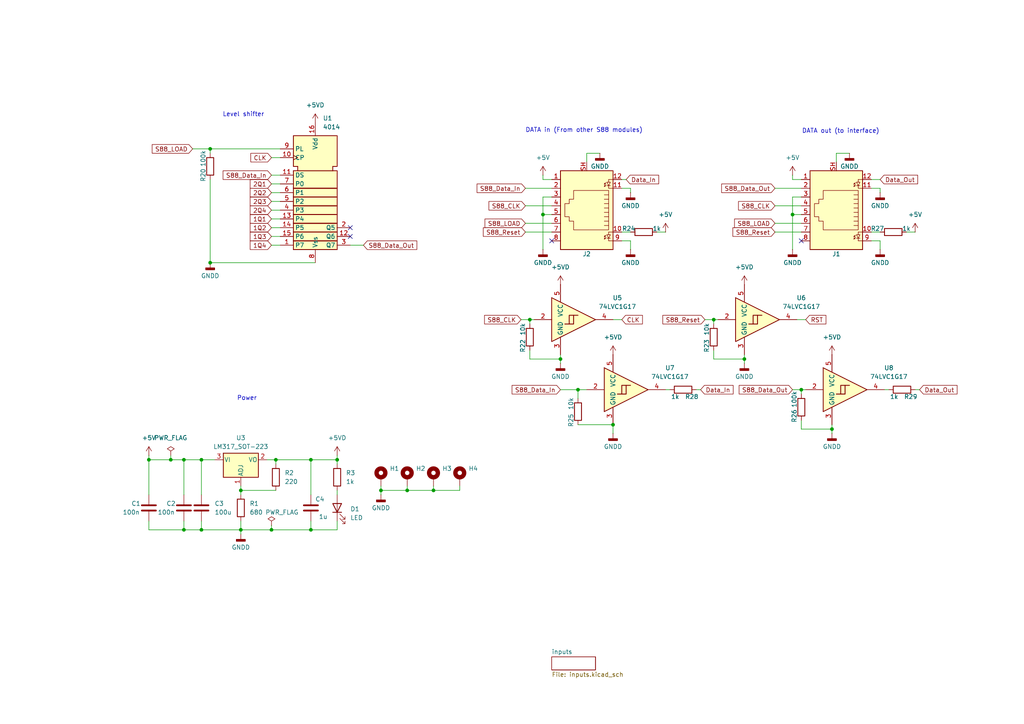
<source format=kicad_sch>
(kicad_sch (version 20231120) (generator "eeschema") (generator_version "8.0")
  (paper "A4")
  (title_block (title "S88-N") (date "2024-06-08") (rev "1.0") (comment 1 "PCB for 8-channel Märklin occupation detection using S88N bus"))
  (lib_symbols
    (symbol "4xxx_IEEE:4014"
      (property "Reference" "U" (at 7.62 11.43 0))
      (property "Value" "4014" (at 7.62 -17.78 0))
      (symbol "4014_0_1"
        (rectangle (start -6.35 -13.97) (end 6.35 -16.51) (stroke (width 0.254)) (fill (type background)))
        (rectangle (start -6.35 -11.43) (end 6.35 -13.97) (stroke (width 0.254)) (fill (type background)))
        (rectangle (start -6.35 -8.89) (end 6.35 -11.43) (stroke (width 0.254)) (fill (type background)))
        (rectangle (start -6.35 -6.35) (end 6.35 -8.89) (stroke (width 0.254)) (fill (type background)))
        (rectangle (start -6.35 -3.81) (end 6.35 -6.35) (stroke (width 0.254)) (fill (type background)))
        (rectangle (start -6.35 -1.27) (end 6.35 -3.81) (stroke (width 0.254)) (fill (type background)))
        (rectangle (start -6.35 1.27) (end 6.35 -1.27) (stroke (width 0.254)) (fill (type background)))
        (rectangle (start -6.35 6.35) (end 6.35 1.27) (stroke (width 0.254)) (fill (type background)))
        (polyline (pts (xy -5.08 6.35) (xy -5.08 7.62) (xy -6.35 7.62) (xy -6.35 16.51) (xy 6.35 16.51) (xy 6.35 7.62) (xy 5.08 7.62) (xy 5.08 6.35) (xy 5.08 6.35)) (stroke (width 0.254)) (fill (type background)))
      )
      (symbol "4014_1_1"
        (pin input line (at -10.16 -15.24 0) (length 3.81) (name "P7") (number "1"))
        (pin input clock (at -10.16 10.16 0) (length 3.81) (name "CP") (number "10"))
        (pin input line (at -10.16 5.08 0) (length 3.81) (name "DS") (number "11"))
        (pin output line (at 10.16 -12.7 180) (length 3.81) (name "Q6") (number "12"))
        (pin input line (at -10.16 -7.62 0) (length 3.81) (name "P4") (number "13"))
        (pin input line (at -10.16 -10.16 0) (length 3.81) (name "P5") (number "14"))
        (pin input line (at -10.16 -12.7 0) (length 3.81) (name "P6") (number "15"))
        (pin power_in line (at 0 20.32 270) (length 3.81) (name "Vdd") (number "16"))
        (pin output line (at 10.16 -10.16 180) (length 3.81) (name "Q5") (number "2"))
        (pin output line (at 10.16 -15.24 180) (length 3.81) (name "Q7") (number "3"))
        (pin input line (at -10.16 -5.08 0) (length 3.81) (name "P3") (number "4"))
        (pin input line (at -10.16 -2.54 0) (length 3.81) (name "P2") (number "5"))
        (pin input line (at -10.16 0 0) (length 3.81) (name "P1") (number "6"))
        (pin input line (at -10.16 2.54 0) (length 3.81) (name "P0") (number "7"))
        (pin power_in line (at 0 -20.32 90) (length 3.81) (name "Vss") (number "8"))
        (pin input line (at -10.16 12.7 0) (length 3.81) (name "PL") (number "9"))
      )
    )
    (symbol "74xGxx:74LVC1G17"
      (property "Reference" "U" (at 0 3.81 0))
      (property "Value" "74LVC1G17" (at 0 -3.81 0))
      (symbol "74LVC1G17_0_1"
        (polyline (pts (xy -7.62 6.35) (xy -7.62 -6.35) (xy 5.08 0) (xy -7.62 6.35)) (stroke (width 0.254)) (fill (type background)))
        (polyline (pts (xy -3.81 -1.27) (xy -2.54 -1.27) (xy -2.54 1.27) (xy -1.27 1.27)) (stroke (width 0.254)) (fill (type background)))
        (polyline (pts (xy -2.54 -1.27) (xy -1.27 -1.27) (xy -1.27 1.27) (xy 0 1.27)) (stroke (width 0.254)) (fill (type background)))
      )
      (symbol "74LVC1G17_1_1"
        (pin no_connect line (at -7.62 5.08 180) (length 5.08) hide (name "NC") (number "1"))
        (pin input line (at -12.7 0 0) (length 5.08) (name "~") (number "2"))
        (pin power_in line (at -5.08 -10.16 90) (length 5.08) (name "GND") (number "3"))
        (pin output line (at 10.16 0 180) (length 5.08) (name "~") (number "4"))
        (pin power_in line (at -5.08 10.16 270) (length 5.08) (name "VCC") (number "5"))
      )
    )
    (symbol "Connector:RJ45_LED_Shielded" (pin_names (offset 1.016))
      (property "Reference" "J" (at -5.08 13.97 0))
      (property "Value" "RJ45_LED_Shielded" (at 1.27 13.97 0))
      (symbol "RJ45_LED_Shielded_0_1"
        (polyline (pts (xy -7.62 -7.62) (xy -6.35 -7.62)))
        (polyline (pts (xy -7.62 -5.08) (xy -6.35 -5.08)))
        (polyline (pts (xy -7.62 7.62) (xy -6.35 7.62)))
        (polyline (pts (xy -7.62 10.16) (xy -6.35 10.16)))
        (polyline (pts (xy -6.858 -5.842) (xy -5.842 -5.842)))
        (polyline (pts (xy -6.858 9.398) (xy -5.842 9.398)))
        (polyline (pts (xy -6.35 -7.62) (xy -6.35 -6.858)))
        (polyline (pts (xy -6.35 -5.08) (xy -6.35 -5.842)))
        (polyline (pts (xy -6.35 7.62) (xy -6.35 8.382)))
        (polyline (pts (xy -6.35 10.16) (xy -6.35 9.398)))
        (polyline (pts (xy -5.08 -6.223) (xy -5.207 -6.604)))
        (polyline (pts (xy -5.08 -5.588) (xy -5.207 -5.969)))
        (polyline (pts (xy -5.08 4.445) (xy -6.35 4.445)))
        (polyline (pts (xy -5.08 5.715) (xy -6.35 5.715)))
        (polyline (pts (xy -5.08 9.017) (xy -5.207 8.636)))
        (polyline (pts (xy -5.08 9.652) (xy -5.207 9.271)))
        (polyline (pts (xy -6.35 -3.175) (xy -5.08 -3.175) (xy -5.08 -3.175)))
        (polyline (pts (xy -6.35 -1.905) (xy -5.08 -1.905) (xy -5.08 -1.905)))
        (polyline (pts (xy -6.35 -0.635) (xy -5.08 -0.635) (xy -5.08 -0.635)))
        (polyline (pts (xy -6.35 0.635) (xy -5.08 0.635) (xy -5.08 0.635)))
        (polyline (pts (xy -6.35 1.905) (xy -5.08 1.905) (xy -5.08 1.905)))
        (polyline (pts (xy -5.588 -6.731) (xy -5.08 -6.223) (xy -5.461 -6.35)))
        (polyline (pts (xy -5.588 -6.096) (xy -5.08 -5.588) (xy -5.461 -5.715)))
        (polyline (pts (xy -5.588 8.509) (xy -5.08 9.017) (xy -5.461 8.89)))
        (polyline (pts (xy -5.588 9.144) (xy -5.08 9.652) (xy -5.461 9.525)))
        (polyline (pts (xy -5.08 3.175) (xy -6.35 3.175) (xy -6.35 3.175)))
        (polyline (pts (xy -6.35 -5.842) (xy -6.858 -6.858) (xy -5.842 -6.858) (xy -6.35 -5.842)))
        (polyline (pts (xy -6.35 9.398) (xy -6.858 8.382) (xy -5.842 8.382) (xy -6.35 9.398)))
        (polyline (pts (xy -6.35 -4.445) (xy -6.35 6.985) (xy 3.81 6.985) (xy 3.81 4.445) (xy 5.08 4.445) (xy 5.08 3.175) (xy 6.35 3.175) (xy 6.35 -0.635) (xy 5.08 -0.635) (xy 5.08 -1.905) (xy 3.81 -1.905) (xy 3.81 -4.445) (xy -6.35 -4.445) (xy -6.35 -4.445)))
        (rectangle (start 7.62 12.7) (end -7.62 -10.16) (stroke (width 0.254)) (fill (type background)))
      )
      (symbol "RJ45_LED_Shielded_1_1"
        (pin passive line (at 10.16 -7.62 180) (length 2.54) (name "~") (number "1"))
        (pin passive line (at -10.16 7.62 0) (length 2.54) (name "~") (number "10"))
        (pin passive line (at -10.16 -5.08 0) (length 2.54) (name "~") (number "11"))
        (pin passive line (at -10.16 -7.62 0) (length 2.54) (name "~") (number "12"))
        (pin passive line (at 10.16 -5.08 180) (length 2.54) (name "~") (number "2"))
        (pin passive line (at 10.16 -2.54 180) (length 2.54) (name "~") (number "3"))
        (pin passive line (at 10.16 0 180) (length 2.54) (name "~") (number "4"))
        (pin passive line (at 10.16 2.54 180) (length 2.54) (name "~") (number "5"))
        (pin passive line (at 10.16 5.08 180) (length 2.54) (name "~") (number "6"))
        (pin passive line (at 10.16 7.62 180) (length 2.54) (name "~") (number "7"))
        (pin passive line (at 10.16 10.16 180) (length 2.54) (name "~") (number "8"))
        (pin passive line (at -10.16 10.16 0) (length 2.54) (name "~") (number "9"))
        (pin passive line (at 0 -12.7 90) (length 2.54) (name "~") (number "SH"))
      )
    )
    (symbol "Device:C" (pin_numbers hide) (pin_names (offset 0.254))
      (property "Reference" "C" (at 0.635 2.54 0))
      (property "Value" "C" (at 0.635 -2.54 0))
      (symbol "C_0_1"
        (polyline (pts (xy -2.032 -0.762) (xy 2.032 -0.762)) (stroke (width 0.508)))
        (polyline (pts (xy -2.032 0.762) (xy 2.032 0.762)) (stroke (width 0.508)))
      )
      (symbol "C_1_1"
        (pin passive line (at 0 3.81 270) (length 2.794) (name "~") (number "1"))
        (pin passive line (at 0 -3.81 90) (length 2.794) (name "~") (number "2"))
      )
    )
    (symbol "Device:LED" (pin_numbers hide) (pin_names (offset 1.016) hide)
      (property "Reference" "D" (at 0 2.54 0))
      (property "Value" "LED" (at 0 -2.54 0))
      (symbol "LED_0_1"
        (polyline (pts (xy -1.27 -1.27) (xy -1.27 1.27)) (stroke (width 0.254)))
        (polyline (pts (xy -1.27 0) (xy 1.27 0)))
        (polyline (pts (xy 1.27 -1.27) (xy 1.27 1.27) (xy -1.27 0) (xy 1.27 -1.27)) (stroke (width 0.254)))
        (polyline (pts (xy -3.048 -0.762) (xy -4.572 -2.286) (xy -3.81 -2.286) (xy -4.572 -2.286) (xy -4.572 -1.524)))
        (polyline (pts (xy -1.778 -0.762) (xy -3.302 -2.286) (xy -2.54 -2.286) (xy -3.302 -2.286) (xy -3.302 -1.524)))
      )
      (symbol "LED_1_1"
        (pin passive line (at -3.81 0 0) (length 2.54) (name "K") (number "1"))
        (pin passive line (at 3.81 0 180) (length 2.54) (name "A") (number "2"))
      )
    )
    (symbol "Device:R" (pin_numbers hide) (pin_names (offset 0))
      (property "Reference" "R" (at 2.032 0 90))
      (property "Value" "R" (at 0 0 90))
      (symbol "R_0_1"
        (rectangle (start -1.016 -2.54) (end 1.016 2.54) (stroke (width 0.254)))
      )
      (symbol "R_1_1"
        (pin passive line (at 0 3.81 270) (length 1.27) (name "~") (number "1"))
        (pin passive line (at 0 -3.81 90) (length 1.27) (name "~") (number "2"))
      )
    )
    (symbol "Mechanical:MountingHole_Pad" (pin_numbers hide) (pin_names (offset 1.016) hide) (exclude_from_sim yes) (in_bom no)
      (property "Reference" "H" (at 0 6.35 0))
      (property "Value" "MountingHole_Pad" (at 0 4.445 0))
      (symbol "MountingHole_Pad_0_1"
        (circle (center 0 1.27) (radius 1.27) (stroke (width 1.27)))
      )
      (symbol "MountingHole_Pad_1_1"
        (pin input line (at 0 -2.54 90) (length 2.54) (name "1") (number "1"))
      )
    )
    (symbol "Regulator_Linear:LM317_SOT-223" (pin_names (offset 0.254))
      (property "Reference" "U" (at -3.81 3.175 0))
      (property "Value" "LM317_SOT-223" (at 0 3.175 0))
      (symbol "LM317_SOT-223_0_1"
        (rectangle (start -5.08 1.905) (end 5.08 -5.08) (stroke (width 0.254)) (fill (type background)))
      )
      (symbol "LM317_SOT-223_1_1"
        (pin input line (at 0 -7.62 90) (length 2.54) (name "ADJ") (number "1"))
        (pin power_out line (at 7.62 0 180) (length 2.54) (name "VO") (number "2"))
        (pin power_in line (at -7.62 0 0) (length 2.54) (name "VI") (number "3"))
      )
    )
    (symbol "power:+5V" (power) (pin_numbers hide) (pin_names (offset 0) hide)
      (property "Value" "+5V" (at 0 3.556 0))
      (symbol "+5V_0_1"
        (polyline (pts (xy -0.762 1.27) (xy 0 2.54)))
        (polyline (pts (xy 0 0) (xy 0 2.54)))
        (polyline (pts (xy 0 2.54) (xy 0.762 1.27)))
      )
      (symbol "+5V_1_1"
        (pin power_in line (at 0 0 90) (length 0) (name "~") (number "1"))
      )
    )
    (symbol "power:+5VD" (power) (pin_numbers hide) (pin_names (offset 0) hide)
      (property "Value" "+5VD" (at 0 3.556 0))
      (symbol "+5VD_0_1"
        (polyline (pts (xy -0.762 1.27) (xy 0 2.54)))
        (polyline (pts (xy 0 0) (xy 0 2.54)))
        (polyline (pts (xy 0 2.54) (xy 0.762 1.27)))
      )
      (symbol "+5VD_1_1"
        (pin power_in line (at 0 0 90) (length 0) (name "~") (number "1"))
      )
    )
    (symbol "power:GNDD" (power) (pin_numbers hide) (pin_names (offset 0) hide)
      (property "Value" "GNDD" (at 0 -3.175 0))
      (symbol "GNDD_0_1"
        (rectangle (start -1.27 -1.524) (end 1.27 -2.032) (stroke (width 0.254)) (fill (type outline)))
        (polyline (pts (xy 0 0) (xy 0 -1.524)))
      )
      (symbol "GNDD_1_1"
        (pin power_in line (at 0 0 270) (length 0) (name "~") (number "1"))
      )
    )
    (symbol "power:PWR_FLAG" (power) (pin_numbers hide) (pin_names (offset 0) hide)
      (property "Value" "PWR_FLAG" (at 0 3.81 0))
      (symbol "PWR_FLAG_0_0"
        (pin power_out line (at 0 0 90) (length 0) (name "~") (number "1"))
      )
      (symbol "PWR_FLAG_0_1"
        (polyline (pts (xy 0 0) (xy 0 1.27) (xy -1.016 1.905) (xy 0 2.54) (xy 1.016 1.905) (xy 0 1.27)))
      )
    )
  )
  (junction (at 43.18 133.35))
  (junction (at 207.01 92.71))
  (junction (at 53.34 153.67))
  (junction (at 110.49 142.24))
  (junction (at 97.79 133.35))
  (junction (at 78.74 153.67))
  (junction (at 232.41 113.03))
  (junction (at 241.3 124.46))
  (junction (at 229.87 62.23))
  (junction (at 153.67 92.71))
  (junction (at 69.85 142.24))
  (junction (at 49.53 133.35))
  (junction (at 90.17 153.67))
  (junction (at 58.42 153.67))
  (junction (at 60.96 43.18))
  (junction (at 215.9 104.14))
  (junction (at 162.56 104.14))
  (junction (at 80.01 133.35))
  (junction (at 90.17 133.35))
  (junction (at 58.42 133.35))
  (junction (at 177.8 123.19))
  (junction (at 125.73 142.24))
  (junction (at 118.11 142.24))
  (junction (at 167.64 113.03))
  (junction (at 69.85 153.67))
  (junction (at 157.48 62.23))
  (junction (at 60.96 76.2))
  (junction (at 53.34 133.35))
  (no_connect (at 101.6 66.04))
  (no_connect (at 101.6 68.58))
  (no_connect (at 160.02 69.85))
  (no_connect (at 232.41 69.85))
  (wire (pts (xy 252.73 69.85) (xy 255.27 69.85)))
  (wire (pts (xy 265.43 113.03) (xy 266.7 113.03)))
  (wire (pts (xy 53.34 151.13) (xy 53.34 153.67)))
  (wire (pts (xy 53.34 143.51) (xy 53.34 133.35)))
  (wire (pts (xy 167.64 113.03) (xy 167.64 115.57)))
  (wire (pts (xy 78.74 63.5) (xy 81.28 63.5)))
  (wire (pts (xy 177.8 92.71) (xy 180.34 92.71)))
  (wire (pts (xy 90.17 133.35) (xy 90.17 143.51)))
  (wire (pts (xy 157.48 50.8) (xy 157.48 52.07)))
  (wire (pts (xy 180.34 69.85) (xy 182.88 69.85)))
  (wire (pts (xy 182.88 72.39) (xy 182.88 69.85)))
  (wire (pts (xy 80.01 133.35) (xy 80.01 134.62)))
  (wire (pts (xy 90.17 151.13) (xy 90.17 153.67)))
  (wire (pts (xy 69.85 142.24) (xy 69.85 143.51)))
  (wire (pts (xy 97.79 142.24) (xy 97.79 143.51)))
  (wire (pts (xy 78.74 53.34) (xy 81.28 53.34)))
  (wire (pts (xy 157.48 57.15) (xy 157.48 62.23)))
  (wire (pts (xy 78.74 68.58) (xy 81.28 68.58)))
  (wire (pts (xy 162.56 104.14) (xy 162.56 102.87)))
  (wire (pts (xy 49.53 133.35) (xy 53.34 133.35)))
  (wire (pts (xy 80.01 133.35) (xy 90.17 133.35)))
  (wire (pts (xy 162.56 105.41) (xy 162.56 104.14)))
  (wire (pts (xy 201.93 113.03) (xy 203.2 113.03)))
  (wire (pts (xy 118.11 142.24) (xy 125.73 142.24)))
  (wire (pts (xy 77.47 133.35) (xy 80.01 133.35)))
  (wire (pts (xy 252.73 52.07) (xy 255.27 52.07)))
  (wire (pts (xy 157.48 52.07) (xy 160.02 52.07)))
  (wire (pts (xy 58.42 151.13) (xy 58.42 153.67)))
  (wire (pts (xy 204.47 92.71) (xy 207.01 92.71)))
  (wire (pts (xy 190.5 67.31) (xy 193.04 67.31)))
  (wire (pts (xy 58.42 133.35) (xy 58.42 143.51)))
  (wire (pts (xy 60.96 76.2) (xy 91.44 76.2)))
  (wire (pts (xy 229.87 113.03) (xy 232.41 113.03)))
  (wire (pts (xy 167.64 113.03) (xy 170.18 113.03)))
  (wire (pts (xy 160.02 57.15) (xy 157.48 57.15)))
  (wire (pts (xy 90.17 133.35) (xy 97.79 133.35)))
  (wire (pts (xy 229.87 62.23) (xy 232.41 62.23)))
  (wire (pts (xy 167.64 123.19) (xy 177.8 123.19)))
  (wire (pts (xy 78.74 50.8) (xy 81.28 50.8)))
  (wire (pts (xy 69.85 140.97) (xy 69.85 142.24)))
  (wire (pts (xy 207.01 92.71) (xy 208.28 92.71)))
  (wire (pts (xy 224.79 54.61) (xy 232.41 54.61)))
  (wire (pts (xy 256.54 113.03) (xy 257.81 113.03)))
  (wire (pts (xy 170.18 46.99) (xy 170.18 44.45)))
  (wire (pts (xy 60.96 43.18) (xy 81.28 43.18)))
  (wire (pts (xy 207.01 101.6) (xy 207.01 104.14)))
  (wire (pts (xy 78.74 60.96) (xy 81.28 60.96)))
  (wire (pts (xy 60.96 52.07) (xy 60.96 76.2)))
  (wire (pts (xy 78.74 152.4) (xy 78.74 153.67)))
  (wire (pts (xy 153.67 101.6) (xy 153.67 104.14)))
  (wire (pts (xy 153.67 92.71) (xy 154.94 92.71)))
  (wire (pts (xy 224.79 64.77) (xy 232.41 64.77)))
  (wire (pts (xy 118.11 140.97) (xy 118.11 142.24)))
  (wire (pts (xy 69.85 142.24) (xy 80.01 142.24)))
  (wire (pts (xy 58.42 133.35) (xy 62.23 133.35)))
  (wire (pts (xy 78.74 55.88) (xy 81.28 55.88)))
  (wire (pts (xy 215.9 105.41) (xy 215.9 104.14)))
  (wire (pts (xy 43.18 133.35) (xy 49.53 133.35)))
  (wire (pts (xy 125.73 142.24) (xy 133.35 142.24)))
  (wire (pts (xy 224.79 67.31) (xy 232.41 67.31)))
  (wire (pts (xy 232.41 113.03) (xy 233.68 113.03)))
  (wire (pts (xy 153.67 92.71) (xy 153.67 93.98)))
  (wire (pts (xy 207.01 92.71) (xy 207.01 93.98)))
  (wire (pts (xy 242.57 44.45) (xy 242.57 46.99)))
  (wire (pts (xy 69.85 153.67) (xy 69.85 154.94)))
  (wire (pts (xy 97.79 133.35) (xy 97.79 134.62)))
  (wire (pts (xy 180.34 54.61) (xy 182.88 54.61)))
  (wire (pts (xy 157.48 62.23) (xy 160.02 62.23)))
  (wire (pts (xy 133.35 140.97) (xy 133.35 142.24)))
  (wire (pts (xy 262.89 67.31) (xy 265.43 67.31)))
  (wire (pts (xy 152.4 67.31) (xy 160.02 67.31)))
  (wire (pts (xy 101.6 71.12) (xy 105.41 71.12)))
  (wire (pts (xy 153.67 104.14) (xy 162.56 104.14)))
  (wire (pts (xy 177.8 123.19) (xy 177.8 125.73)))
  (wire (pts (xy 170.18 44.45) (xy 173.99 44.45)))
  (wire (pts (xy 252.73 67.31) (xy 255.27 67.31)))
  (wire (pts (xy 215.9 104.14) (xy 215.9 102.87)))
  (wire (pts (xy 180.34 52.07) (xy 181.61 52.07)))
  (wire (pts (xy 229.87 57.15) (xy 229.87 62.23)))
  (wire (pts (xy 229.87 50.8) (xy 229.87 52.07)))
  (wire (pts (xy 180.34 67.31) (xy 182.88 67.31)))
  (wire (pts (xy 255.27 55.88) (xy 255.27 54.61)))
  (wire (pts (xy 78.74 71.12) (xy 81.28 71.12)))
  (wire (pts (xy 232.41 113.03) (xy 232.41 114.3)))
  (wire (pts (xy 78.74 153.67) (xy 90.17 153.67)))
  (wire (pts (xy 97.79 151.13) (xy 97.79 153.67)))
  (wire (pts (xy 152.4 59.69) (xy 160.02 59.69)))
  (wire (pts (xy 90.17 153.67) (xy 97.79 153.67)))
  (wire (pts (xy 167.64 113.03) (xy 162.56 113.03)))
  (wire (pts (xy 43.18 132.08) (xy 43.18 133.35)))
  (wire (pts (xy 69.85 151.13) (xy 69.85 153.67)))
  (wire (pts (xy 157.48 72.39) (xy 157.48 62.23)))
  (wire (pts (xy 60.96 43.18) (xy 60.96 44.45)))
  (wire (pts (xy 49.53 132.08) (xy 49.53 133.35)))
  (wire (pts (xy 252.73 54.61) (xy 255.27 54.61)))
  (wire (pts (xy 182.88 55.88) (xy 182.88 54.61)))
  (wire (pts (xy 241.3 125.73) (xy 241.3 124.46)))
  (wire (pts (xy 224.79 59.69) (xy 232.41 59.69)))
  (wire (pts (xy 55.88 43.18) (xy 60.96 43.18)))
  (wire (pts (xy 53.34 133.35) (xy 58.42 133.35)))
  (wire (pts (xy 110.49 142.24) (xy 110.49 143.51)))
  (wire (pts (xy 78.74 45.72) (xy 81.28 45.72)))
  (wire (pts (xy 229.87 52.07) (xy 232.41 52.07)))
  (wire (pts (xy 118.11 142.24) (xy 110.49 142.24)))
  (wire (pts (xy 151.13 92.71) (xy 153.67 92.71)))
  (wire (pts (xy 229.87 62.23) (xy 229.87 72.39)))
  (wire (pts (xy 232.41 57.15) (xy 229.87 57.15)))
  (wire (pts (xy 231.14 92.71) (xy 233.68 92.71)))
  (wire (pts (xy 58.42 153.67) (xy 69.85 153.67)))
  (wire (pts (xy 193.04 113.03) (xy 194.31 113.03)))
  (wire (pts (xy 232.41 124.46) (xy 241.3 124.46)))
  (wire (pts (xy 232.41 121.92) (xy 232.41 124.46)))
  (wire (pts (xy 207.01 104.14) (xy 215.9 104.14)))
  (wire (pts (xy 255.27 72.39) (xy 255.27 69.85)))
  (wire (pts (xy 53.34 153.67) (xy 58.42 153.67)))
  (wire (pts (xy 78.74 66.04) (xy 81.28 66.04)))
  (wire (pts (xy 110.49 140.97) (xy 110.49 142.24)))
  (wire (pts (xy 152.4 54.61) (xy 160.02 54.61)))
  (wire (pts (xy 78.74 58.42) (xy 81.28 58.42)))
  (wire (pts (xy 43.18 151.13) (xy 43.18 153.67)))
  (wire (pts (xy 97.79 132.08) (xy 97.79 133.35)))
  (wire (pts (xy 125.73 140.97) (xy 125.73 142.24)))
  (wire (pts (xy 43.18 143.51) (xy 43.18 133.35)))
  (wire (pts (xy 241.3 124.46) (xy 241.3 123.19)))
  (wire (pts (xy 242.57 44.45) (xy 246.38 44.45)))
  (wire (pts (xy 152.4 64.77) (xy 160.02 64.77)))
  (wire (pts (xy 43.18 153.67) (xy 53.34 153.67)))
  (wire (pts (xy 69.85 153.67) (xy 78.74 153.67)))
  (text "Power" (at 71.628 115.57 0) (effects (font (size 1.27 1.27))))
  (text "DATA out (to interface)" (at 243.84 38.1 0) (effects (font (size 1.27 1.27))))
  (text "Level shifter" (at 70.612 33.274 0) (effects (font (size 1.27 1.27))))
  (text "DATA in (From other S88 modules)" (at 169.418 37.846 0) (effects (font (size 1.27 1.27))))
  (global_label "S88_LOAD" (shape input) (at 55.88 43.18 180) (property "Intersheetrefs" "${INTERSHEET_REFS}" (effects (hide yes))))
  (global_label "S88_LOAD" (shape input) (at 152.4 64.77 180) (property "Intersheetrefs" "${INTERSHEET_REFS}" (effects (hide yes))))
  (global_label "RST" (shape input) (at 233.68 92.71 0) (property "Intersheetrefs" "${INTERSHEET_REFS}" (effects (hide yes))))
  (global_label "2Q1" (shape input) (at 78.74 53.34 180) (property "Intersheetrefs" "${INTERSHEET_REFS}" (effects (hide yes))))
  (global_label "S88_LOAD" (shape input) (at 224.79 64.77 180) (property "Intersheetrefs" "${INTERSHEET_REFS}" (effects (hide yes))))
  (global_label "Data_Out" (shape input) (at 266.7 113.03 0) (property "Intersheetrefs" "${INTERSHEET_REFS}" (effects (hide yes))))
  (global_label "S88_Data_Out" (shape input) (at 224.79 54.61 180) (property "Intersheetrefs" "${INTERSHEET_REFS}" (effects (hide yes))))
  (global_label "S88_CLK" (shape input) (at 224.79 59.69 180) (property "Intersheetrefs" "${INTERSHEET_REFS}" (effects (hide yes))))
  (global_label "Data_In" (shape input) (at 181.61 52.07 0) (property "Intersheetrefs" "${INTERSHEET_REFS}" (effects (hide yes))))
  (global_label "S88_Data_In" (shape input) (at 162.56 113.03 180) (property "Intersheetrefs" "${INTERSHEET_REFS}" (effects (hide yes))))
  (global_label "1Q4" (shape input) (at 78.74 71.12 180) (property "Intersheetrefs" "${INTERSHEET_REFS}" (effects (hide yes))))
  (global_label "S88_CLK" (shape input) (at 152.4 59.69 180) (property "Intersheetrefs" "${INTERSHEET_REFS}" (effects (hide yes))))
  (global_label "CLK" (shape input) (at 180.34 92.71 0) (property "Intersheetrefs" "${INTERSHEET_REFS}" (effects (hide yes))))
  (global_label "2Q4" (shape input) (at 78.74 60.96 180) (property "Intersheetrefs" "${INTERSHEET_REFS}" (effects (hide yes))))
  (global_label "Data_In" (shape input) (at 203.2 113.03 0) (property "Intersheetrefs" "${INTERSHEET_REFS}" (effects (hide yes))))
  (global_label "S88_Data_In" (shape input) (at 78.74 50.8 180) (property "Intersheetrefs" "${INTERSHEET_REFS}" (effects (hide yes))))
  (global_label "S88_Data_In" (shape input) (at 152.4 54.61 180) (property "Intersheetrefs" "${INTERSHEET_REFS}" (effects (hide yes))))
  (global_label "S88_Data_Out" (shape input) (at 105.41 71.12 0) (property "Intersheetrefs" "${INTERSHEET_REFS}" (effects (hide yes))))
  (global_label "2Q2" (shape input) (at 78.74 55.88 180) (property "Intersheetrefs" "${INTERSHEET_REFS}" (effects (hide yes))))
  (global_label "S88_Reset" (shape input) (at 152.4 67.31 180) (property "Intersheetrefs" "${INTERSHEET_REFS}" (effects (hide yes))))
  (global_label "S88_Reset" (shape input) (at 204.47 92.71 180) (property "Intersheetrefs" "${INTERSHEET_REFS}" (effects (hide yes))))
  (global_label "1Q2" (shape input) (at 78.74 66.04 180) (property "Intersheetrefs" "${INTERSHEET_REFS}" (effects (hide yes))))
  (global_label "S88_Data_Out" (shape input) (at 229.87 113.03 180) (property "Intersheetrefs" "${INTERSHEET_REFS}" (effects (hide yes))))
  (global_label "Data_Out" (shape input) (at 255.27 52.07 0) (property "Intersheetrefs" "${INTERSHEET_REFS}" (effects (hide yes))))
  (global_label "1Q1" (shape input) (at 78.74 63.5 180) (property "Intersheetrefs" "${INTERSHEET_REFS}" (effects (hide yes))))
  (global_label "1Q3" (shape input) (at 78.74 68.58 180) (property "Intersheetrefs" "${INTERSHEET_REFS}" (effects (hide yes))))
  (global_label "CLK" (shape input) (at 78.74 45.72 180) (property "Intersheetrefs" "${INTERSHEET_REFS}" (effects (hide yes))))
  (global_label "S88_CLK" (shape input) (at 151.13 92.71 180) (property "Intersheetrefs" "${INTERSHEET_REFS}" (effects (hide yes))))
  (global_label "2Q3" (shape input) (at 78.74 58.42 180) (property "Intersheetrefs" "${INTERSHEET_REFS}" (effects (hide yes))))
  (global_label "S88_Reset" (shape input) (at 224.79 67.31 180) (property "Intersheetrefs" "${INTERSHEET_REFS}" (effects (hide yes))))
  (symbol (lib_id "Device:R") (at 69.85 147.32 180) (unit 1)
    (property "Reference" "R1" (at 72.39 146.0499 0) (effects (justify right)))
    (property "Value" "680" (at 72.39 148.5899 0) (effects (justify right)))
    (property "Footprint" "Resistor_SMD:R_0805_2012Metric" (effects (hide yes)))
  )
  (symbol (lib_id "power:GNDD") (at 182.88 72.39 0) (unit 1)
    (property "Reference" "#PWR027" (effects (hide yes)))
    (property "Value" "GNDD" (at 182.88 76.2 0))
    (property "Description" "Power symbol creates a global label with name \"GNDD\" , digital ground" (effects (hide yes)))
  )
  (symbol (lib_id "power:+5V") (at 229.87 50.8 0) (unit 1)
    (property "Reference" "#PWR010" (effects (hide yes)))
    (property "Value" "+5V" (at 229.87 45.72 0))
    (property "Description" "Power symbol creates a global label with name \"+5V\"" (effects (hide yes)))
  )
  (symbol (lib_id "74xGxx:74LVC1G17") (at 182.88 113.03 0) (unit 1) (exclude_from_sim yes)
    (property "Reference" "U7" (at 194.31 106.7114 0))
    (property "Value" "74LVC1G17" (at 194.31 109.2514 0))
    (property "Footprint" "Package_TO_SOT_SMD:SOT-23-5_HandSoldering" (effects (hide yes)))
    (property "Datasheet" "https://www.ti.com/lit/ds/symlink/sn74lvc1g17.pdf" (effects (hide yes)))
    (property "Description" "Single Schmitt Buffer Gate, Low-Voltage CMOS" (effects (hide yes)))
  )
  (symbol (lib_id "Mechanical:MountingHole_Pad") (at 133.35 138.43 0) (unit 1) (exclude_from_sim yes) (in_bom no)
    (property "Reference" "H4" (at 135.89 135.8899 0) (effects (justify left)))
    (property "Value" "MountingHole_Pad" (effects (hide yes)))
    (property "Footprint" "MountingHole:MountingHole_3.2mm_M3_DIN965_Pad" (effects (hide yes)))
    (property "Description" "Mounting Hole with connection" (effects (hide yes)))
  )
  (symbol (lib_id "Regulator_Linear:LM317_SOT-223") (at 69.85 133.35 0) (unit 1) (exclude_from_sim yes)
    (property "Reference" "U3" (at 69.85 127 0))
    (property "Value" "LM317_SOT-223" (at 69.85 129.54 0))
    (property "Footprint" "Package_TO_SOT_SMD:SOT-223-3_TabPin2" (effects (hide yes)))
    (property "Datasheet" "http://www.ti.com/lit/ds/symlink/lm317.pdf" (effects (hide yes)))
    (property "Description" "1.5A 35V Adjustable Linear Regulator, SOT-223" (effects (hide yes)))
  )
  (symbol (lib_id "power:+5V") (at 43.18 132.08 0) (unit 1)
    (property "Reference" "#PWR04" (effects (hide yes)))
    (property "Value" "+5V" (at 43.18 127 0))
    (property "Description" "Power symbol creates a global label with name \"+5V\"" (effects (hide yes)))
  )
  (symbol (lib_id "power:GNDD") (at 177.8 125.73 0) (unit 1)
    (property "Reference" "#PWR028" (effects (hide yes)))
    (property "Value" "GNDD" (at 177.8 129.54 0))
    (property "Description" "Power symbol creates a global label with name \"GNDD\" , digital ground" (effects (hide yes)))
  )
  (symbol (lib_id "power:+5VD") (at 97.79 132.08 0) (unit 1)
    (property "Reference" "#PWR09" (effects (hide yes)))
    (property "Value" "+5VD" (at 97.79 127 0))
    (property "Description" "Power symbol creates a global label with name \"+5VD\"" (effects (hide yes)))
  )
  (symbol (lib_id "Device:C") (at 53.34 147.32 0) (unit 1)
    (property "Reference" "C2" (at 48.26 146.05 0) (effects (justify left)))
    (property "Value" "100n" (at 45.72 148.59 0) (effects (justify left)))
    (property "Footprint" "Capacitor_SMD:C_0805_2012Metric" (effects (hide yes)))
  )
  (symbol (lib_id "power:+5VD") (at 215.9 82.55 0) (unit 1)
    (property "Reference" "#PWR022" (effects (hide yes)))
    (property "Value" "+5VD" (at 215.9 77.47 0))
    (property "Description" "Power symbol creates a global label with name \"+5VD\"" (effects (hide yes)))
  )
  (symbol (lib_id "Device:C") (at 90.17 147.32 0) (unit 1)
    (property "Reference" "C4" (at 91.44 144.78 0) (effects (justify left)))
    (property "Value" "1u" (at 92.456 149.86 0) (effects (justify left)))
    (property "Footprint" "Capacitor_SMD:C_0805_2012Metric" (effects (hide yes)))
  )
  (symbol (lib_id "Device:LED") (at 97.79 147.32 90) (unit 1) (exclude_from_sim yes)
    (property "Reference" "D1" (at 101.6 147.6375 90) (effects (justify right)))
    (property "Value" "LED" (at 101.6 150.1775 90) (effects (justify right)))
    (property "Footprint" "LED_SMD:LED_0603_1608Metric" (effects (hide yes)))
  )
  (symbol (lib_id "Device:R") (at 198.12 113.03 90) (unit 1)
    (property "Reference" "R28" (at 200.66 115.062 90))
    (property "Value" "1k" (at 195.834 115.062 90))
    (property "Footprint" "Resistor_SMD:R_0805_2012Metric" (effects (hide yes)))
  )
  (symbol (lib_id "Device:R") (at 207.01 97.79 0) (unit 1)
    (property "Reference" "R23" (at 204.978 100.33 90))
    (property "Value" "10k" (at 204.978 95.504 90))
    (property "Footprint" "Resistor_SMD:R_0805_2012Metric" (effects (hide yes)))
  )
  (symbol (lib_id "power:GNDD") (at 182.88 55.88 0) (unit 1)
    (property "Reference" "#PWR035" (effects (hide yes)))
    (property "Value" "GNDD" (at 182.88 59.69 0))
    (property "Description" "Power symbol creates a global label with name \"GNDD\" , digital ground" (effects (hide yes)))
  )
  (symbol (lib_id "power:GNDD") (at 157.48 72.39 0) (unit 1)
    (property "Reference" "#PWR06" (effects (hide yes)))
    (property "Value" "GNDD" (at 157.48 76.2 0))
    (property "Description" "Power symbol creates a global label with name \"GNDD\" , digital ground" (effects (hide yes)))
  )
  (symbol (lib_id "power:GNDD") (at 246.38 44.45 0) (unit 1)
    (property "Reference" "#PWR07" (effects (hide yes)))
    (property "Value" "GNDD" (at 246.38 48.26 0))
    (property "Description" "Power symbol creates a global label with name \"GNDD\" , digital ground" (effects (hide yes)))
  )
  (symbol (lib_id "power:+5VD") (at 241.3 102.87 0) (unit 1)
    (property "Reference" "#PWR026" (effects (hide yes)))
    (property "Value" "+5VD" (at 241.3 97.79 0))
    (property "Description" "Power symbol creates a global label with name \"+5VD\"" (effects (hide yes)))
  )
  (symbol (lib_id "Connector:RJ45_LED_Shielded") (at 242.57 59.69 180) (unit 1)
    (property "Reference" "J1" (at 242.57 73.66 0))
    (property "Value" "RJ45_LED_Shielded" (effects (hide yes)))
    (property "Footprint" "Connector_RJ:RJ45_Amphenol_RJHSE538X" (effects (hide yes)))
    (property "Description" "RJ connector, 8P8C (8 positions 8 connected), two LEDs, Shielded" (effects (hide yes)))
  )
  (symbol (lib_id "power:GNDD") (at 255.27 72.39 0) (unit 1)
    (property "Reference" "#PWR030" (effects (hide yes)))
    (property "Value" "GNDD" (at 255.27 76.2 0))
    (property "Description" "Power symbol creates a global label with name \"GNDD\" , digital ground" (effects (hide yes)))
  )
  (symbol (lib_id "74xGxx:74LVC1G17") (at 167.64 92.71 0) (unit 1) (exclude_from_sim yes)
    (property "Reference" "U5" (at 179.07 86.3914 0))
    (property "Value" "74LVC1G17" (at 179.07 88.9314 0))
    (property "Footprint" "Package_TO_SOT_SMD:SOT-23-5_HandSoldering" (effects (hide yes)))
    (property "Datasheet" "https://www.ti.com/lit/ds/symlink/sn74lvc1g17.pdf" (effects (hide yes)))
    (property "Description" "Single Schmitt Buffer Gate, Low-Voltage CMOS" (effects (hide yes)))
  )
  (symbol (lib_id "power:GNDD") (at 110.49 143.51 0) (unit 1)
    (property "Reference" "#PWR032" (effects (hide yes)))
    (property "Value" "GNDD" (at 110.49 147.32 0))
    (property "Description" "Power symbol creates a global label with name \"GNDD\" , digital ground" (effects (hide yes)))
  )
  (symbol (lib_id "power:GNDD") (at 229.87 72.39 0) (unit 1)
    (property "Reference" "#PWR03" (effects (hide yes)))
    (property "Value" "GNDD" (at 229.87 76.2 0))
    (property "Description" "Power symbol creates a global label with name \"GNDD\" , digital ground" (effects (hide yes)))
  )
  (symbol (lib_id "power:GNDD") (at 162.56 105.41 0) (unit 1)
    (property "Reference" "#PWR020" (effects (hide yes)))
    (property "Value" "GNDD" (at 162.56 109.22 0))
    (property "Description" "Power symbol creates a global label with name \"GNDD\" , digital ground" (effects (hide yes)))
  )
  (symbol (lib_id "power:+5VD") (at 91.44 35.56 0) (unit 1)
    (property "Reference" "#PWR025" (effects (hide yes)))
    (property "Value" "+5VD" (at 91.44 30.48 0))
    (property "Description" "Power symbol creates a global label with name \"+5VD\"" (effects (hide yes)))
  )
  (symbol (lib_id "power:GNDD") (at 215.9 105.41 0) (unit 1)
    (property "Reference" "#PWR023" (effects (hide yes)))
    (property "Value" "GNDD" (at 215.9 109.22 0))
    (property "Description" "Power symbol creates a global label with name \"GNDD\" , digital ground" (effects (hide yes)))
  )
  (symbol (lib_id "74xGxx:74LVC1G17") (at 246.38 113.03 0) (unit 1) (exclude_from_sim yes)
    (property "Reference" "U8" (at 257.81 106.7114 0))
    (property "Value" "74LVC1G17" (at 257.81 109.2514 0))
    (property "Footprint" "Package_TO_SOT_SMD:SOT-23-5_HandSoldering" (effects (hide yes)))
    (property "Datasheet" "https://www.ti.com/lit/ds/symlink/sn74lvc1g17.pdf" (effects (hide yes)))
    (property "Description" "Single Schmitt Buffer Gate, Low-Voltage CMOS" (effects (hide yes)))
  )
  (symbol (lib_id "power:GNDD") (at 255.27 55.88 0) (unit 1)
    (property "Reference" "#PWR036" (effects (hide yes)))
    (property "Value" "GNDD" (at 255.27 59.69 0))
    (property "Description" "Power symbol creates a global label with name \"GNDD\" , digital ground" (effects (hide yes)))
  )
  (symbol (lib_id "power:+5VD") (at 162.56 82.55 0) (unit 1)
    (property "Reference" "#PWR021" (effects (hide yes)))
    (property "Value" "+5VD" (at 162.56 77.47 0))
    (property "Description" "Power symbol creates a global label with name \"+5VD\"" (effects (hide yes)))
  )
  (symbol (lib_id "Mechanical:MountingHole_Pad") (at 118.11 138.43 0) (unit 1) (exclude_from_sim yes) (in_bom no)
    (property "Reference" "H2" (at 120.65 135.8899 0) (effects (justify left)))
    (property "Value" "MountingHole_Pad" (effects (hide yes)))
    (property "Footprint" "MountingHole:MountingHole_3.2mm_M3_DIN965_Pad" (effects (hide yes)))
    (property "Description" "Mounting Hole with connection" (effects (hide yes)))
  )
  (symbol (lib_id "power:+5V") (at 265.43 67.31 0) (unit 1)
    (property "Reference" "#PWR031" (effects (hide yes)))
    (property "Value" "+5V" (at 265.43 62.23 0))
    (property "Description" "Power symbol creates a global label with name \"+5V\"" (effects (hide yes)))
  )
  (symbol (lib_id "Device:C") (at 58.42 147.32 0) (unit 1) (exclude_from_sim yes)
    (property "Reference" "C3" (at 62.23 146.05 0) (effects (justify left)))
    (property "Value" "100u" (at 62.23 148.59 0) (effects (justify left)))
    (property "Footprint" "Capacitor_SMD:CP_Elec_4x5.8" (effects (hide yes)))
  )
  (symbol (lib_id "Device:R") (at 167.64 119.38 0) (unit 1)
    (property "Reference" "R25" (at 165.608 121.92 90))
    (property "Value" "10k" (at 165.608 117.094 90))
    (property "Footprint" "Resistor_SMD:R_0805_2012Metric" (effects (hide yes)))
  )
  (symbol (lib_id "Device:R") (at 259.08 67.31 270) (unit 1)
    (property "Reference" "R27" (at 254.508 66.294 90))
    (property "Value" "1k" (at 262.89 66.294 90))
    (property "Footprint" "Resistor_SMD:R_0805_2012Metric" (effects (hide yes)))
  )
  (symbol (lib_id "Connector:RJ45_LED_Shielded") (at 170.18 59.69 180) (unit 1)
    (property "Reference" "J2" (at 170.18 73.66 0))
    (property "Value" "RJ45_LED_Shielded" (effects (hide yes)))
    (property "Footprint" "Connector_RJ:RJ45_Amphenol_RJHSE538X" (effects (hide yes)))
    (property "Description" "RJ connector, 8P8C (8 positions 8 connected), two LEDs, Shielded" (effects (hide yes)))
  )
  (symbol (lib_id "Device:R") (at 261.62 113.03 90) (unit 1)
    (property "Reference" "R29" (at 264.16 115.062 90))
    (property "Value" "1k" (at 259.334 115.062 90))
    (property "Footprint" "Resistor_SMD:R_0805_2012Metric" (effects (hide yes)))
  )
  (symbol (lib_id "power:+5V") (at 157.48 50.8 0) (unit 1)
    (property "Reference" "#PWR01" (effects (hide yes)))
    (property "Value" "+5V" (at 157.48 45.72 0))
    (property "Description" "Power symbol creates a global label with name \"+5V\"" (effects (hide yes)))
  )
  (symbol (lib_id "power:+5V") (at 193.04 67.31 0) (unit 1)
    (property "Reference" "#PWR017" (effects (hide yes)))
    (property "Value" "+5V" (at 193.04 62.23 0))
    (property "Description" "Power symbol creates a global label with name \"+5V\"" (effects (hide yes)))
  )
  (symbol (lib_id "4xxx_IEEE:4014") (at 91.44 55.88 0) (unit 1) (exclude_from_sim yes)
    (property "Reference" "U1" (at 93.6341 34.29 0) (effects (justify left)))
    (property "Value" "4014" (at 93.6341 36.83 0) (effects (justify left)))
    (property "Footprint" "Package_SO:SOIC-16W_7.5x10.3mm_P1.27mm" (effects (hide yes)))
  )
  (symbol (lib_id "power:GNDD") (at 69.85 154.94 0) (unit 1)
    (property "Reference" "#PWR08" (effects (hide yes)))
    (property "Value" "GNDD" (at 69.85 158.75 0))
    (property "Description" "Power symbol creates a global label with name \"GNDD\" , digital ground" (effects (hide yes)))
  )
  (symbol (lib_id "Device:R") (at 232.41 118.11 0) (unit 1)
    (property "Reference" "R26" (at 230.378 120.65 90))
    (property "Value" "100k" (at 230.378 115.824 90))
    (property "Footprint" "Resistor_SMD:R_0805_2012Metric" (effects (hide yes)))
  )
  (symbol (lib_id "power:GNDD") (at 60.96 76.2 0) (unit 1)
    (property "Reference" "#PWR024" (effects (hide yes)))
    (property "Value" "GNDD" (at 60.96 80.01 0))
    (property "Description" "Power symbol creates a global label with name \"GNDD\" , digital ground" (effects (hide yes)))
  )
  (symbol (lib_id "74xGxx:74LVC1G17") (at 220.98 92.71 0) (unit 1) (exclude_from_sim yes)
    (property "Reference" "U6" (at 232.41 86.3914 0))
    (property "Value" "74LVC1G17" (at 232.41 88.9314 0))
    (property "Footprint" "Package_TO_SOT_SMD:SOT-23-5_HandSoldering" (effects (hide yes)))
    (property "Datasheet" "https://www.ti.com/lit/ds/symlink/sn74lvc1g17.pdf" (effects (hide yes)))
    (property "Description" "Single Schmitt Buffer Gate, Low-Voltage CMOS" (effects (hide yes)))
  )
  (symbol (lib_id "power:PWR_FLAG") (at 49.53 132.08 0) (unit 1)
    (property "Reference" "#FLG01" (effects (hide yes)))
    (property "Value" "PWR_FLAG" (at 49.53 127 0))
    (property "Description" "Special symbol for telling ERC where power comes from" (effects (hide yes)))
  )
  (symbol (lib_id "Device:R") (at 60.96 48.26 0) (unit 1)
    (property "Reference" "R20" (at 58.928 50.8 90))
    (property "Value" "100k" (at 58.928 45.974 90))
    (property "Footprint" "Resistor_SMD:R_0805_2012Metric" (effects (hide yes)))
  )
  (symbol (lib_id "Device:C") (at 43.18 147.32 0) (unit 1)
    (property "Reference" "C1" (at 38.1 146.05 0) (effects (justify left)))
    (property "Value" "100n" (at 35.56 148.59 0) (effects (justify left)))
    (property "Footprint" "Capacitor_SMD:C_0805_2012Metric" (effects (hide yes)))
  )
  (symbol (lib_id "power:GNDD") (at 241.3 125.73 0) (unit 1)
    (property "Reference" "#PWR029" (effects (hide yes)))
    (property "Value" "GNDD" (at 241.3 129.54 0))
    (property "Description" "Power symbol creates a global label with name \"GNDD\" , digital ground" (effects (hide yes)))
  )
  (symbol (lib_id "Device:R") (at 80.01 138.43 180) (unit 1)
    (property "Reference" "R2" (at 82.55 137.1599 0) (effects (justify right)))
    (property "Value" "220" (at 82.55 139.6999 0) (effects (justify right)))
    (property "Footprint" "Resistor_SMD:R_0805_2012Metric" (effects (hide yes)))
  )
  (symbol (lib_id "Mechanical:MountingHole_Pad") (at 110.49 138.43 0) (unit 1) (exclude_from_sim yes) (in_bom no)
    (property "Reference" "H1" (at 113.03 135.8899 0) (effects (justify left)))
    (property "Value" "MountingHole_Pad" (effects (hide yes)))
    (property "Footprint" "MountingHole:MountingHole_3.2mm_M3_DIN965_Pad" (effects (hide yes)))
    (property "Description" "Mounting Hole with connection" (effects (hide yes)))
  )
  (symbol (lib_id "Device:R") (at 186.69 67.31 270) (unit 1)
    (property "Reference" "R24" (at 182.372 66.294 90))
    (property "Value" "1k" (at 190.5 66.294 90))
    (property "Footprint" "Resistor_SMD:R_0805_2012Metric" (effects (hide yes)))
  )
  (symbol (lib_id "Device:R") (at 153.67 97.79 0) (unit 1)
    (property "Reference" "R22" (at 151.638 100.33 90))
    (property "Value" "10k" (at 151.638 95.504 90))
    (property "Footprint" "Resistor_SMD:R_0805_2012Metric" (effects (hide yes)))
  )
  (symbol (lib_id "Device:R") (at 97.79 138.43 180) (unit 1)
    (property "Reference" "R3" (at 100.33 137.1599 0) (effects (justify right)))
    (property "Value" "1k" (at 100.33 139.6999 0) (effects (justify right)))
    (property "Footprint" "Resistor_SMD:R_0805_2012Metric" (effects (hide yes)))
  )
  (symbol (lib_id "power:+5VD") (at 177.8 102.87 0) (unit 1)
    (property "Reference" "#PWR02" (effects (hide yes)))
    (property "Value" "+5VD" (at 177.8 97.79 0))
    (property "Description" "Power symbol creates a global label with name \"+5VD\"" (effects (hide yes)))
  )
  (symbol (lib_id "power:PWR_FLAG") (at 78.74 152.4 0) (unit 1)
    (property "Reference" "#FLG02" (effects (hide yes)))
    (property "Value" "PWR_FLAG" (at 81.788 148.59 0))
  )
  (symbol (lib_id "power:GNDD") (at 173.99 44.45 0) (unit 1)
    (property "Reference" "#PWR05" (effects (hide yes)))
    (property "Value" "GNDD" (at 173.99 48.26 0))
    (property "Description" "Power symbol creates a global label with name \"GNDD\" , digital ground" (effects (hide yes)))
  )
  (symbol (lib_id "Mechanical:MountingHole_Pad") (at 125.73 138.43 0) (unit 1) (exclude_from_sim yes) (in_bom no)
    (property "Reference" "H3" (at 128.27 135.8899 0) (effects (justify left)))
    (property "Value" "MountingHole_Pad" (effects (hide yes)))
    (property "Footprint" "MountingHole:MountingHole_3.2mm_M3_DIN965_Pad" (effects (hide yes)))
    (property "Description" "Mounting Hole with connection" (effects (hide yes)))
  )
  (sheet (at 160.02 190.5) (size 12.7 3.81) (stroke (width 0.1524))
    (property "Sheetname" "inputs" (at 160.02 189.7884 0) (effects (justify left bottom)))
    (property "Sheetfile" "inputs.kicad_sch" (at 160.02 194.8946 0) (effects (justify left top)))
  )
)
</source>
